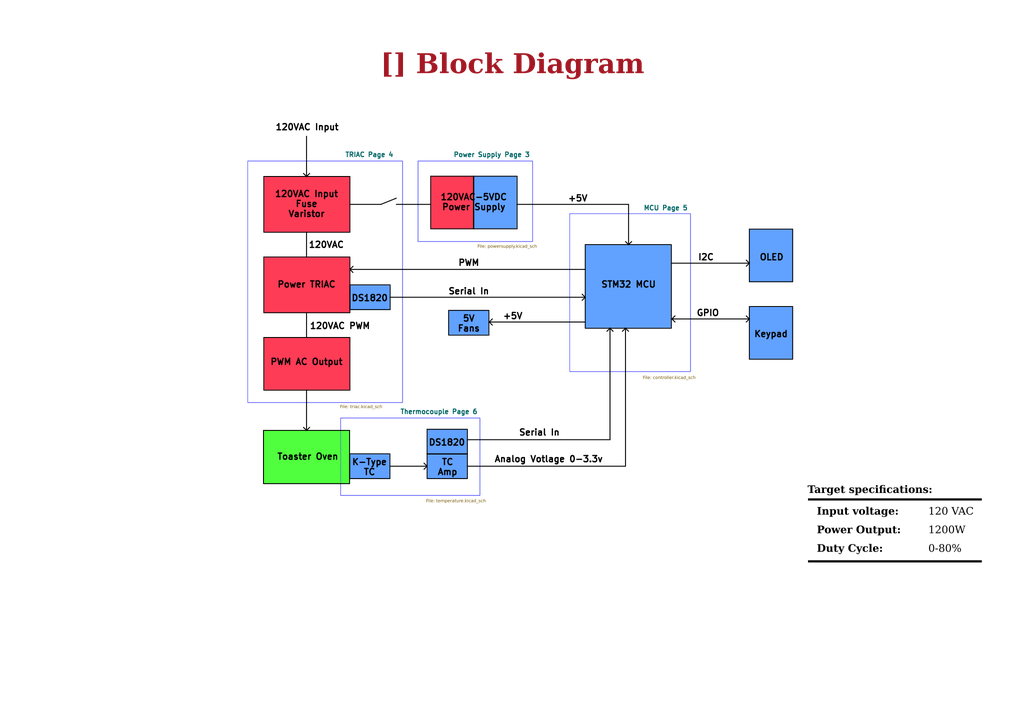
<source format=kicad_sch>
(kicad_sch
	(version 20250114)
	(generator "eeschema")
	(generator_version "9.0")
	(uuid "d4440dba-022e-49b2-97f2-6fc1871c7304")
	(paper "A3")
	(title_block
		(title "Block Diagram")
		(date "Last Modified Date")
		(rev "${REVISION}")
		(company "${COMPANY}")
	)
	(lib_symbols)
	(rectangle
		(start 307.34 125.73)
		(end 325.12 147.32)
		(stroke
			(width 0.381)
			(type solid)
			(color 0 0 0 1)
		)
		(fill
			(type color)
			(color 97 161 255 1)
		)
		(uuid 07ad1b36-50ec-4dee-955e-5fa3cf0b7d27)
	)
	(rectangle
		(start 108.204 72.39)
		(end 143.51 95.25)
		(stroke
			(width 0.381)
			(type solid)
			(color 0 0 0 1)
		)
		(fill
			(type color)
			(color 255 60 86 1)
		)
		(uuid 133253b4-dbbe-4e3c-b367-950ebab58b73)
	)
	(rectangle
		(start 143.4189 186.1378)
		(end 159.9289 196.2978)
		(stroke
			(width 0.381)
			(type solid)
			(color 0 0 0 1)
		)
		(fill
			(type color)
			(color 97 161 255 1)
		)
		(uuid 1ba0352e-1263-4da2-a4a1-321111789278)
	)
	(rectangle
		(start 184.0155 127.2997)
		(end 200.5255 137.4597)
		(stroke
			(width 0.381)
			(type solid)
			(color 0 0 0 1)
		)
		(fill
			(type color)
			(color 97 161 255 1)
		)
		(uuid 2a2ce484-1242-46d6-9403-fbc57c2f08a2)
	)
	(rectangle
		(start 108.204 105.41)
		(end 143.51 128.27)
		(stroke
			(width 0.381)
			(type solid)
			(color 0 0 0 1)
		)
		(fill
			(type color)
			(color 255 60 86 1)
		)
		(uuid 2aeee4e5-fc3b-4da3-9ad3-e43e8bf815ae)
	)
	(rectangle
		(start 307.34 93.98)
		(end 325.12 115.57)
		(stroke
			(width 0.381)
			(type solid)
			(color 0 0 0 1)
		)
		(fill
			(type color)
			(color 97 161 255 1)
		)
		(uuid 2d75a5b9-2bf8-44e8-bbd6-1a87d6b6f331)
	)
	(rectangle
		(start 143.51 116.84)
		(end 160.02 127)
		(stroke
			(width 0.381)
			(type solid)
			(color 0 0 0 1)
		)
		(fill
			(type color)
			(color 97 161 255 1)
		)
		(uuid 4d1e6d2b-6c2f-42bd-a382-5b44d2ba7108)
	)
	(rectangle
		(start 240.03 100.33)
		(end 275.336 134.62)
		(stroke
			(width 0.381)
			(type solid)
			(color 0 0 0 1)
		)
		(fill
			(type color)
			(color 97 161 255 1)
		)
		(uuid 6461e91f-f255-4303-986c-e23c6d63c3d3)
	)
	(rectangle
		(start 175.1674 176.0643)
		(end 191.6774 186.2243)
		(stroke
			(width 0.381)
			(type solid)
			(color 0 0 0 1)
		)
		(fill
			(type color)
			(color 97 161 255 1)
		)
		(uuid 7a657fb5-1993-468e-acf3-646f7c01f4d8)
	)
	(rectangle
		(start 331.47 229.87)
		(end 402.59 230.632)
		(stroke
			(width 0)
			(type default)
			(color 0 0 0 1)
		)
		(fill
			(type color)
			(color 0 0 0 1)
		)
		(uuid 8956a1c0-282a-4b1e-927b-8bc74278d14f)
	)
	(rectangle
		(start 108.077 176.53)
		(end 143.383 198.374)
		(stroke
			(width 0.381)
			(type solid)
			(color 0 0 0 1)
		)
		(fill
			(type color)
			(color 80 255 61 1)
		)
		(uuid a6663562-f648-4a5d-bee4-f45a98277838)
	)
	(rectangle
		(start 108.204 138.43)
		(end 143.51 160.02)
		(stroke
			(width 0.381)
			(type solid)
			(color 0 0 0 1)
		)
		(fill
			(type color)
			(color 255 60 86 1)
		)
		(uuid ad8fc69e-576b-4794-8469-93b1b36bc263)
	)
	(rectangle
		(start 175.1689 186.1378)
		(end 191.6789 196.2978)
		(stroke
			(width 0.381)
			(type solid)
			(color 0 0 0 1)
		)
		(fill
			(type color)
			(color 97 161 255 1)
		)
		(uuid b9d609fe-7131-41e0-aeb8-f1f9b773ac59)
	)
	(rectangle
		(start 176.657 72.263)
		(end 194.183 93.853)
		(stroke
			(width 0.381)
			(type solid)
			(color 0 0 0 1)
		)
		(fill
			(type color)
			(color 255 60 86 1)
		)
		(uuid c17210b5-d9d5-4839-8dbc-d5a1d3b6f227)
	)
	(rectangle
		(start 331.47 204.47)
		(end 402.59 205.232)
		(stroke
			(width 0)
			(type default)
			(color 0 0 0 1)
		)
		(fill
			(type color)
			(color 0 0 0 1)
		)
		(uuid d631d51a-2515-45dc-a2c0-e57c4fee46cd)
	)
	(rectangle
		(start 194.31 72.263)
		(end 212.09 93.853)
		(stroke
			(width 0.381)
			(type solid)
			(color 0 0 0 1)
		)
		(fill
			(type color)
			(color 97 161 255 1)
		)
		(uuid f14f1a2e-0b57-46f2-bae7-d0956bdb6abd)
	)
	(text "TC\nAmp"
		(exclude_from_sim no)
		(at 183.5509 191.7258 0)
		(effects
			(font
				(size 2.54 2.54)
				(thickness 0.508)
				(bold yes)
				(color 0 0 0 1)
			)
		)
		(uuid "0f2d0a21-53fd-483e-b249-c1116ef533a2")
	)
	(text "DS1820"
		(exclude_from_sim no)
		(at 151.638 122.428 0)
		(effects
			(font
				(size 2.54 2.54)
				(thickness 0.508)
				(bold yes)
				(color 0 0 0 1)
			)
		)
		(uuid "16196ad7-2854-4ee2-b5ca-391951832fd3")
	)
	(text "PWM AC Output"
		(exclude_from_sim no)
		(at 125.73 148.59 0)
		(effects
			(font
				(size 2.54 2.54)
				(thickness 0.508)
				(bold yes)
				(color 0 0 0 1)
			)
		)
		(uuid "1a1eddf7-dc3b-4f4e-bdd3-e4750600860a")
	)
	(text "+5V"
		(exclude_from_sim no)
		(at 210.312 129.794 0)
		(effects
			(font
				(size 2.54 2.54)
				(thickness 0.508)
				(bold yes)
				(color 0 0 0 1)
			)
		)
		(uuid "1a530e06-acff-4047-af7e-52238da46dc7")
	)
	(text "GPIO"
		(exclude_from_sim no)
		(at 290.322 128.524 0)
		(effects
			(font
				(size 2.54 2.54)
				(thickness 0.508)
				(bold yes)
				(color 0 0 0 1)
			)
		)
		(uuid "36749b78-3288-4cc2-9c03-ae70fd7fe477")
	)
	(text "Toaster Oven"
		(exclude_from_sim no)
		(at 126.238 187.452 0)
		(effects
			(font
				(size 2.54 2.54)
				(thickness 0.508)
				(bold yes)
				(color 0 0 0 1)
			)
		)
		(uuid "3fd6eb45-86bd-4028-9ce6-2d1101afb4f4")
	)
	(text "STM32 MCU"
		(exclude_from_sim no)
		(at 257.81 116.84 0)
		(effects
			(font
				(size 2.54 2.54)
				(thickness 0.508)
				(bold yes)
				(color 0 0 0 1)
			)
		)
		(uuid "45f1efd6-00e3-4e1d-92d6-de631cbf65a3")
	)
	(text "PWM"
		(exclude_from_sim no)
		(at 192.278 107.95 0)
		(effects
			(font
				(size 2.54 2.54)
				(thickness 0.508)
				(bold yes)
				(color 0 0 0 1)
			)
		)
		(uuid "54d3485e-6cd2-46f6-9be4-d82c06f6b606")
	)
	(text "K-Type\nTC"
		(exclude_from_sim no)
		(at 151.5469 191.7258 0)
		(effects
			(font
				(size 2.54 2.54)
				(thickness 0.508)
				(bold yes)
				(color 0 0 0 1)
			)
		)
		(uuid "6c0716de-642f-4d01-bd52-0e0750ba5d9d")
	)
	(text "120VAC"
		(exclude_from_sim no)
		(at 133.858 100.584 0)
		(effects
			(font
				(size 2.54 2.54)
				(thickness 0.508)
				(bold yes)
				(color 0 0 0 1)
			)
		)
		(uuid "769ad8fa-7241-4dee-be13-82a945f3f4e0")
	)
	(text "Analog Votlage 0-3.3v"
		(exclude_from_sim no)
		(at 225.044 188.468 0)
		(effects
			(font
				(size 2.54 2.54)
				(thickness 0.508)
				(bold yes)
				(color 0 0 0 1)
			)
		)
		(uuid "7a25c247-8290-4128-a1b1-3214c859ef3e")
	)
	(text "5V\nFans"
		(exclude_from_sim no)
		(at 192.278 132.842 0)
		(effects
			(font
				(size 2.54 2.54)
				(thickness 0.508)
				(bold yes)
				(color 0 0 0 1)
			)
		)
		(uuid "81766a2d-a51e-4f60-bc7a-3a514b486913")
	)
	(text "120VAC Input"
		(exclude_from_sim no)
		(at 125.984 52.324 0)
		(effects
			(font
				(size 2.54 2.54)
				(thickness 0.508)
				(bold yes)
				(color 0 0 0 1)
			)
		)
		(uuid "82e1e456-0103-46a5-824b-1ce83807937b")
	)
	(text "OLED"
		(exclude_from_sim no)
		(at 316.484 105.664 0)
		(effects
			(font
				(size 2.54 2.54)
				(thickness 0.508)
				(bold yes)
				(color 0 0 0 1)
			)
		)
		(uuid "8930e48f-74e1-45a0-abc6-d7c228ce3405")
	)
	(text "Power TRIAC"
		(exclude_from_sim no)
		(at 125.73 116.84 0)
		(effects
			(font
				(size 2.54 2.54)
				(thickness 0.508)
				(bold yes)
				(color 0 0 0 1)
			)
		)
		(uuid "9095c1da-65ed-4052-8472-16c08a88b118")
	)
	(text "Serial In"
		(exclude_from_sim no)
		(at 221.234 177.546 0)
		(effects
			(font
				(size 2.54 2.54)
				(thickness 0.508)
				(bold yes)
				(color 0 0 0 1)
			)
		)
		(uuid "a1be49fa-d828-4721-a3e2-d70fbde63281")
	)
	(text "120VAC-5VDC\nPower Supply"
		(exclude_from_sim no)
		(at 194.31 83.058 0)
		(effects
			(font
				(size 2.54 2.54)
				(thickness 0.508)
				(bold yes)
				(color 0 0 0 1)
			)
		)
		(uuid "b36b2277-28de-4aaf-ac79-54e76f213c6f")
	)
	(text "120VAC Input\nFuse\nVaristor"
		(exclude_from_sim no)
		(at 125.73 83.82 0)
		(effects
			(font
				(size 2.54 2.54)
				(thickness 0.508)
				(bold yes)
				(color 0 0 0 1)
			)
		)
		(uuid "b886434a-8b92-4ae2-8063-164b5c371b1d")
	)
	(text "+5V"
		(exclude_from_sim no)
		(at 236.982 81.534 0)
		(effects
			(font
				(size 2.54 2.54)
				(thickness 0.508)
				(bold yes)
				(color 0 0 0 1)
			)
		)
		(uuid "c2fb99fe-a025-4997-b11a-965cc96a05da")
	)
	(text "120VAC PWM"
		(exclude_from_sim no)
		(at 139.446 133.858 0)
		(effects
			(font
				(size 2.54 2.54)
				(thickness 0.508)
				(bold yes)
				(color 0 0 0 1)
			)
		)
		(uuid "ca3fbc5d-03c4-4063-9142-831deb83ab95")
	)
	(text "DS1820"
		(exclude_from_sim no)
		(at 183.2954 181.6523 0)
		(effects
			(font
				(size 2.54 2.54)
				(thickness 0.508)
				(bold yes)
				(color 0 0 0 1)
			)
		)
		(uuid "d38a2b51-e80b-4578-944c-2229d133754e")
	)
	(text "Serial In"
		(exclude_from_sim no)
		(at 192.278 119.634 0)
		(effects
			(font
				(size 2.54 2.54)
				(thickness 0.508)
				(bold yes)
				(color 0 0 0 1)
			)
		)
		(uuid "df0020b9-b95c-464d-a457-f4a07f68597f")
	)
	(text "Keypad"
		(exclude_from_sim no)
		(at 316.23 137.16 0)
		(effects
			(font
				(size 2.54 2.54)
				(thickness 0.508)
				(bold yes)
				(color 0 0 0 1)
			)
		)
		(uuid "e74d2374-a591-4fcc-a868-ebb641016218")
	)
	(text "I2C"
		(exclude_from_sim no)
		(at 289.56 105.664 0)
		(effects
			(font
				(size 2.54 2.54)
				(thickness 0.508)
				(bold yes)
				(color 0 0 0 1)
			)
		)
		(uuid "ffd4dc29-1a3e-499b-b529-95132addaec9")
	)
	(text_box "Duty Cycle:	"
		(exclude_from_sim no)
		(at 332.74 220.98 0)
		(size 41.91 7.62)
		(margins 2.2859 2.2859 2.2859 2.2859)
		(stroke
			(width -0.0001)
			(type solid)
		)
		(fill
			(type none)
		)
		(effects
			(font
				(face "Times New Roman")
				(size 3.048 3.048)
				(thickness 0.4572)
				(bold yes)
				(color 0 0 0 1)
			)
			(justify left top)
		)
		(uuid "094af17b-7d27-428a-ac7d-32c4461d72c7")
	)
	(text_box "Power Output:"
		(exclude_from_sim no)
		(at 332.74 213.36 0)
		(size 43.18 7.62)
		(margins 2.2859 2.2859 2.2859 2.2859)
		(stroke
			(width -0.0001)
			(type solid)
		)
		(fill
			(type none)
		)
		(effects
			(font
				(face "Times New Roman")
				(size 3.048 3.048)
				(thickness 0.4572)
				(bold yes)
				(color 0 0 0 1)
			)
			(justify left top)
		)
		(uuid "16ff5c12-a59a-498f-9a58-8440cea84b9d")
	)
	(text_box "Input voltage:"
		(exclude_from_sim no)
		(at 332.74 205.74 0)
		(size 41.91 7.62)
		(margins 2.2859 2.2859 2.2859 2.2859)
		(stroke
			(width -0.0001)
			(type default)
		)
		(fill
			(type none)
		)
		(effects
			(font
				(face "Times New Roman")
				(size 3.048 3.048)
				(thickness 0.4572)
				(bold yes)
				(color 0 0 0 1)
			)
			(justify left top)
		)
		(uuid "347e7e61-7c93-449c-8c65-b1d74937394e")
	)
	(text_box "1200W"
		(exclude_from_sim no)
		(at 378.46 213.36 0)
		(size 24.13 7.62)
		(margins 2.2859 2.2859 2.2859 2.2859)
		(stroke
			(width -0.0001)
			(type solid)
		)
		(fill
			(type none)
		)
		(effects
			(font
				(face "Times New Roman")
				(size 3.048 3.048)
				(color 0 0 0 1)
			)
			(justify left top)
		)
		(uuid "3d9a8928-04fd-4c32-8894-e3210045027d")
	)
	(text_box "[${#}] ${TITLE}"
		(exclude_from_sim no)
		(at 144.78 20.32 0)
		(size 130.81 12.7)
		(margins 5.9999 5.9999 5.9999 5.9999)
		(stroke
			(width -0.0001)
			(type default)
		)
		(fill
			(type none)
		)
		(effects
			(font
				(face "Times New Roman")
				(size 8 8)
				(thickness 1.2)
				(bold yes)
				(color 162 22 34 1)
			)
		)
		(uuid "73b2b29c-2473-4e80-be0b-4f57c6856c3e")
	)
	(text_box "Target specifications:"
		(exclude_from_sim no)
		(at 328.93 196.85 0)
		(size 73.66 7.62)
		(margins 2.2859 2.2859 2.2859 2.2859)
		(stroke
			(width -0.0001)
			(type default)
		)
		(fill
			(type none)
		)
		(effects
			(font
				(face "Times New Roman")
				(size 3.048 3.048)
				(thickness 0.4572)
				(bold yes)
				(color 0 0 0 1)
			)
			(justify left top)
		)
		(uuid "874bfc99-fafe-40d4-b7af-9ddb98b61eea")
	)
	(text_box "0-80%"
		(exclude_from_sim no)
		(at 378.46 220.98 0)
		(size 24.13 7.62)
		(margins 2.2859 2.2859 2.2859 2.2859)
		(stroke
			(width -0.0001)
			(type solid)
		)
		(fill
			(type none)
		)
		(effects
			(font
				(face "Times New Roman")
				(size 3.048 3.048)
				(color 0 0 0 1)
			)
			(justify left top)
		)
		(uuid "8d13c5b4-c5e0-49ad-8e30-5a14333c15f4")
	)
	(text_box "120 VAC"
		(exclude_from_sim no)
		(at 378.46 205.74 0)
		(size 24.13 7.62)
		(margins 2.2859 2.2859 2.2859 2.2859)
		(stroke
			(width -0.0001)
			(type solid)
		)
		(fill
			(type none)
		)
		(effects
			(font
				(face "Times New Roman")
				(size 3.048 3.048)
				(color 0 0 0 1)
			)
			(justify left top)
		)
		(uuid "aa388299-5267-444a-a70f-fbbbf3a9efdc")
	)
	(polyline
		(pts
			(xy 160.02 121.92) (xy 240.03 121.92)
		)
		(stroke
			(width 0.381)
			(type solid)
			(color 0 0 0 1)
		)
		(uuid "002624bd-dfeb-4c15-8fab-a4197d65f143")
	)
	(polyline
		(pts
			(xy 240.03 121.92) (xy 238.76 123.19)
		)
		(stroke
			(width 0.381)
			(type solid)
			(color 0 0 0 1)
		)
		(uuid "01c69507-651e-43ec-9949-3eec3b9018dd")
	)
	(polyline
		(pts
			(xy 125.73 55.88) (xy 125.73 72.39)
		)
		(stroke
			(width 0.381)
			(type solid)
			(color 0 0 0 1)
		)
		(uuid "026be7f5-4d77-4798-83cb-9a0e57996e55")
	)
	(polyline
		(pts
			(xy 159.9289 191.2178) (xy 175.1689 191.2178)
		)
		(stroke
			(width 0.381)
			(type solid)
			(color 0 0 0 1)
		)
		(uuid "067d75d9-f257-4f1e-bce0-7e5f84d887fc")
	)
	(polyline
		(pts
			(xy 175.1689 191.2178) (xy 173.8989 192.4878)
		)
		(stroke
			(width 0.381)
			(type solid)
			(color 0 0 0 1)
		)
		(uuid "0ed5d387-6c47-435d-b9a0-0a570c86e627")
	)
	(polyline
		(pts
			(xy 275.59 130.81) (xy 276.86 129.54)
		)
		(stroke
			(width 0.381)
			(type solid)
			(color 0 0 0 1)
		)
		(uuid "12c17d2c-3cc4-4041-9182-dd539309f4ba")
	)
	(polyline
		(pts
			(xy 250.19 134.62) (xy 251.46 135.89)
		)
		(stroke
			(width 0.381)
			(type solid)
			(color 0 0 0 1)
		)
		(uuid "185e9271-21a8-4227-972d-f3c97b463ebc")
	)
	(polyline
		(pts
			(xy 191.6789 191.2178) (xy 256.54 191.2178)
		)
		(stroke
			(width 0.381)
			(type solid)
			(color 0 0 0 1)
		)
		(uuid "1c8406e9-0427-40ac-93f0-acbf0ca006de")
	)
	(polyline
		(pts
			(xy 175.1689 191.2178) (xy 173.8989 189.9478)
		)
		(stroke
			(width 0.381)
			(type solid)
			(color 0 0 0 1)
		)
		(uuid "1d331b69-14a3-4942-b34f-df169b59fb10")
	)
	(polyline
		(pts
			(xy 250.19 134.62) (xy 250.19 180.34)
		)
		(stroke
			(width 0.381)
			(type solid)
			(color 0 0 0 1)
		)
		(uuid "1e843ba9-4d02-4897-9ebd-956bb4d1109e")
	)
	(polyline
		(pts
			(xy 125.73 72.39) (xy 124.46 71.12)
		)
		(stroke
			(width 0.381)
			(type solid)
			(color 0 0 0 1)
		)
		(uuid "28fc3653-4074-490f-828c-5731c02df915")
	)
	(polyline
		(pts
			(xy 125.73 176.53) (xy 124.46 175.26)
		)
		(stroke
			(width 0.381)
			(type solid)
			(color 0 0 0 1)
		)
		(uuid "2c6d188f-d285-4a98-8e35-eba4cbc2b271")
	)
	(polyline
		(pts
			(xy 125.73 128.27) (xy 125.73 138.43)
		)
		(stroke
			(width 0.381)
			(type solid)
			(color 0 0 0 1)
		)
		(uuid "2c82a815-57d3-426e-b348-225d7a03f19f")
	)
	(polyline
		(pts
			(xy 143.51 110.49) (xy 144.78 109.22)
		)
		(stroke
			(width 0.381)
			(type solid)
			(color 0 0 0 1)
		)
		(uuid "2e63632b-39b3-4069-962e-34d88d5e37ba")
	)
	(polyline
		(pts
			(xy 257.81 100.33) (xy 259.08 99.06)
		)
		(stroke
			(width 0.381)
			(type solid)
			(color 0 0 0 1)
		)
		(uuid "2f37bd62-ddeb-4cd7-b815-6c37424b9dc9")
	)
	(polyline
		(pts
			(xy 200.66 132.08) (xy 201.93 130.81)
		)
		(stroke
			(width 0.381)
			(type solid)
			(color 0 0 0 1)
		)
		(uuid "3b7cb203-2f26-4051-880b-22552475027a")
	)
	(polyline
		(pts
			(xy 200.66 132.08) (xy 240.03 132.08)
		)
		(stroke
			(width 0.381)
			(type solid)
			(color 0 0 0 1)
		)
		(uuid "43f7cf20-b717-46fe-bacf-c28592e45c64")
	)
	(polyline
		(pts
			(xy 307.34 130.81) (xy 306.07 129.54)
		)
		(stroke
			(width 0.381)
			(type solid)
			(color 0 0 0 1)
		)
		(uuid "44f73b07-3c24-4cd7-a4ca-33b3a2c87438")
	)
	(polyline
		(pts
			(xy 240.03 121.92) (xy 238.76 120.65)
		)
		(stroke
			(width 0.381)
			(type solid)
			(color 0 0 0 1)
		)
		(uuid "4ce5ef90-1ff6-4380-9181-b8de93c98c59")
	)
	(polyline
		(pts
			(xy 125.73 160.02) (xy 125.73 176.53)
		)
		(stroke
			(width 0.381)
			(type solid)
			(color 0 0 0 1)
		)
		(uuid "50301fe2-130c-4dbb-95ea-b7edae884532")
	)
	(polyline
		(pts
			(xy 156.21 83.82) (xy 162.56 81.28)
		)
		(stroke
			(width 0.381)
			(type solid)
			(color 0 0 0 1)
		)
		(uuid "5db4bdd1-4e11-4a9d-8771-896d528fb700")
	)
	(polyline
		(pts
			(xy 307.34 107.95) (xy 306.07 106.68)
		)
		(stroke
			(width 0.381)
			(type solid)
			(color 0 0 0 1)
		)
		(uuid "609eeef0-0b9a-45d0-bbfb-6c8342cb7a53")
	)
	(polyline
		(pts
			(xy 200.66 132.08) (xy 201.93 133.35)
		)
		(stroke
			(width 0.381)
			(type solid)
			(color 0 0 0 1)
		)
		(uuid "6ab3ebb8-0fd6-4491-9501-650a4757cfe1")
	)
	(polyline
		(pts
			(xy 257.81 100.33) (xy 256.54 99.06)
		)
		(stroke
			(width 0.381)
			(type solid)
			(color 0 0 0 1)
		)
		(uuid "74777104-a59c-4445-a9e8-1059ac5ef749")
	)
	(polyline
		(pts
			(xy 125.73 72.39) (xy 127 71.12)
		)
		(stroke
			(width 0.381)
			(type solid)
			(color 0 0 0 1)
		)
		(uuid "7bc77759-a6d6-4175-9ca6-6344b50b0860")
	)
	(polyline
		(pts
			(xy 143.51 110.49) (xy 144.78 111.76)
		)
		(stroke
			(width 0.381)
			(type solid)
			(color 0 0 0 1)
		)
		(uuid "810b53eb-c28c-49e3-9c31-18c6de3080dd")
	)
	(polyline
		(pts
			(xy 191.77 180.34) (xy 250.19 180.34)
		)
		(stroke
			(width 0.381)
			(type solid)
			(color 0 0 0 1)
		)
		(uuid "8bb6fe84-90c3-4ea3-bce1-852ddee83fac")
	)
	(polyline
		(pts
			(xy 125.73 176.53) (xy 127 175.26)
		)
		(stroke
			(width 0.381)
			(type solid)
			(color 0 0 0 1)
		)
		(uuid "8cf95d78-68d1-4b99-afc3-a5cc0eb91f46")
	)
	(polyline
		(pts
			(xy 256.5535 191.1457) (xy 256.54 134.62)
		)
		(stroke
			(width 0.381)
			(type solid)
			(color 0 0 0 1)
		)
		(uuid "916f6a07-9450-47ad-bae7-c1e75a1cb679")
	)
	(polyline
		(pts
			(xy 250.19 134.62) (xy 248.92 135.89)
		)
		(stroke
			(width 0.381)
			(type solid)
			(color 0 0 0 1)
		)
		(uuid "92f13c05-8d30-4bbf-9f7d-7f80b3b1aa41")
	)
	(polyline
		(pts
			(xy 257.81 83.82) (xy 257.81 100.33)
		)
		(stroke
			(width 0.381)
			(type solid)
			(color 0 0 0 1)
		)
		(uuid "9386cec2-f290-4fb5-9731-fa7f95f93081")
	)
	(polyline
		(pts
			(xy 275.59 130.81) (xy 307.34 130.81)
		)
		(stroke
			(width 0.381)
			(type solid)
			(color 0 0 0 1)
		)
		(uuid "94c950c2-1a67-4622-8e5d-c314fe70f461")
	)
	(polyline
		(pts
			(xy 275.59 107.95) (xy 307.34 107.95)
		)
		(stroke
			(width 0.381)
			(type solid)
			(color 0 0 0 1)
		)
		(uuid "97f737fa-f9e9-4fd5-8da5-91cc9a730f1b")
	)
	(polyline
		(pts
			(xy 212.09 83.82) (xy 257.81 83.82)
		)
		(stroke
			(width 0.381)
			(type solid)
			(color 0 0 0 1)
		)
		(uuid "a3f875ce-1baa-4ab5-b2d4-603bb57a158f")
	)
	(polyline
		(pts
			(xy 256.54 134.62) (xy 255.27 135.89)
		)
		(stroke
			(width 0.381)
			(type solid)
			(color 0 0 0 1)
		)
		(uuid "a9710df2-9f8c-42e2-ade0-55ebb010a557")
	)
	(polyline
		(pts
			(xy 143.51 110.49) (xy 240.03 110.49)
		)
		(stroke
			(width 0.381)
			(type solid)
			(color 0 0 0 1)
		)
		(uuid "ab03ab41-2347-4046-bc06-418d96e89db4")
	)
	(polyline
		(pts
			(xy 162.56 83.82) (xy 176.53 83.82)
		)
		(stroke
			(width 0.381)
			(type solid)
			(color 0 0 0 1)
		)
		(uuid "b684ce91-20f7-4e50-a7e5-7a44ca0b3894")
	)
	(polyline
		(pts
			(xy 125.73 95.25) (xy 125.73 105.41)
		)
		(stroke
			(width 0.381)
			(type solid)
			(color 0 0 0 1)
		)
		(uuid "bcaa70b0-79a2-4329-9592-7e5c269fe3a2")
	)
	(polyline
		(pts
			(xy 143.51 83.82) (xy 156.21 83.82)
		)
		(stroke
			(width 0.381)
			(type solid)
			(color 0 0 0 1)
		)
		(uuid "c27096a8-bede-49ae-87d6-ce0c5655c827")
	)
	(polyline
		(pts
			(xy 307.34 130.81) (xy 306.07 132.08)
		)
		(stroke
			(width 0.381)
			(type solid)
			(color 0 0 0 1)
		)
		(uuid "cbf91a98-ae63-4694-bd44-e4e52f2d4b92")
	)
	(polyline
		(pts
			(xy 256.54 134.62) (xy 257.81 135.89)
		)
		(stroke
			(width 0.381)
			(type solid)
			(color 0 0 0 1)
		)
		(uuid "e9ef310e-2c8e-4a62-9d02-babc3254efd1")
	)
	(polyline
		(pts
			(xy 307.34 107.95) (xy 306.07 109.22)
		)
		(stroke
			(width 0.381)
			(type solid)
			(color 0 0 0 1)
		)
		(uuid "f3871179-56a3-4953-b4a6-71385da89f25")
	)
	(polyline
		(pts
			(xy 275.59 130.81) (xy 276.86 132.08)
		)
		(stroke
			(width 0.381)
			(type solid)
			(color 0 0 0 1)
		)
		(uuid "fd69b72b-3d10-4e41-887e-a884b9a17887")
	)
	(sheet
		(at 171.45 66.04)
		(size 46.99 33.02)
		(exclude_from_sim no)
		(in_bom yes)
		(on_board yes)
		(dnp no)
		(stroke
			(width 0.1524)
			(type solid)
			(color 58 58 255 1)
		)
		(fill
			(color 0 0 0 0.0000)
		)
		(uuid "0f187b50-9d4e-41fe-b957-78994160f014")
		(property "Sheetname" "Power Supply Page 3"
			(at 185.928 64.516 0)
			(effects
				(font
					(size 1.905 1.905)
					(bold yes)
				)
				(justify left bottom)
			)
		)
		(property "Sheetfile" "powersupply.kicad_sch"
			(at 195.834 100.33 0)
			(effects
				(font
					(face "Arial")
					(size 1.27 1.27)
				)
				(justify left top)
			)
		)
		(instances
			(project "main-board"
				(path "/0650c7a8-acba-429c-9f8e-eec0baf0bc1c/de68a101-7eef-4ba8-abb4-14d03adb087f"
					(page "3")
				)
			)
		)
	)
	(sheet
		(at 101.6 66.04)
		(size 63.5 99.06)
		(exclude_from_sim no)
		(in_bom yes)
		(on_board yes)
		(dnp no)
		(stroke
			(width 0.1524)
			(type solid)
			(color 58 58 255 1)
		)
		(fill
			(color 0 0 0 0.0000)
		)
		(uuid "7c7735c3-4471-483e-b291-27d0da0f25c8")
		(property "Sheetname" "TRIAC Page 4"
			(at 141.478 64.516 0)
			(effects
				(font
					(size 1.905 1.905)
					(bold yes)
				)
				(justify left bottom)
			)
		)
		(property "Sheetfile" "triac.kicad_sch"
			(at 139.446 166.116 0)
			(effects
				(font
					(face "Arial")
					(size 1.27 1.27)
				)
				(justify left top)
			)
		)
		(instances
			(project "main-board"
				(path "/0650c7a8-acba-429c-9f8e-eec0baf0bc1c/de68a101-7eef-4ba8-abb4-14d03adb087f"
					(page "4")
				)
			)
		)
	)
	(sheet
		(at 139.7 171.45)
		(size 57.15 31.75)
		(exclude_from_sim no)
		(in_bom yes)
		(on_board yes)
		(dnp no)
		(stroke
			(width 0.1524)
			(type solid)
			(color 58 58 255 1)
		)
		(fill
			(color 0 0 0 0.0000)
		)
		(uuid "c119e9b7-370b-4a7c-88c5-444c88a29a26")
		(property "Sheetname" "Thermocouple Page 6"
			(at 164.084 169.926 0)
			(effects
				(font
					(size 1.905 1.905)
					(bold yes)
				)
				(justify left bottom)
			)
		)
		(property "Sheetfile" "temperature.kicad_sch"
			(at 174.752 204.724 0)
			(effects
				(font
					(face "Arial")
					(size 1.27 1.27)
				)
				(justify left top)
			)
		)
		(instances
			(project "main-board"
				(path "/0650c7a8-acba-429c-9f8e-eec0baf0bc1c/de68a101-7eef-4ba8-abb4-14d03adb087f"
					(page "6")
				)
			)
		)
	)
	(sheet
		(at 233.68 87.63)
		(size 49.53 64.77)
		(exclude_from_sim no)
		(in_bom yes)
		(on_board yes)
		(dnp no)
		(stroke
			(width 0.1524)
			(type solid)
			(color 58 58 255 1)
		)
		(fill
			(color 0 0 0 0.0000)
		)
		(uuid "f46f663f-700c-4c32-817a-8d272b7309ae")
		(property "Sheetname" "MCU Page 5"
			(at 263.906 86.36 0)
			(effects
				(font
					(size 1.905 1.905)
					(bold yes)
				)
				(justify left bottom)
			)
		)
		(property "Sheetfile" "controller.kicad_sch"
			(at 263.652 154.178 0)
			(effects
				(font
					(face "Arial")
					(size 1.27 1.27)
				)
				(justify left top)
			)
		)
		(instances
			(project "main-board"
				(path "/0650c7a8-acba-429c-9f8e-eec0baf0bc1c/de68a101-7eef-4ba8-abb4-14d03adb087f"
					(page "5")
				)
			)
		)
	)
)

</source>
